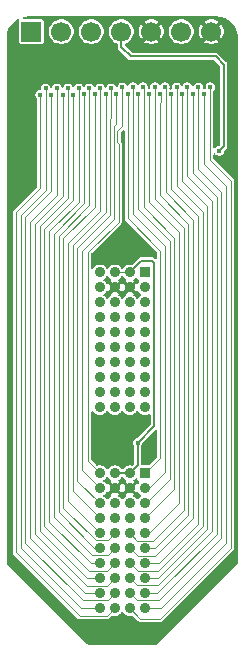
<source format=gbr>
%TF.GenerationSoftware,KiCad,Pcbnew,9.0.3*%
%TF.CreationDate,2025-09-30T16:22:14-04:00*%
%TF.ProjectId,eib-64-cnt-a64,6569622d-3634-42d6-936e-742d6136342e,A*%
%TF.SameCoordinates,Original*%
%TF.FileFunction,Copper,L4,Bot*%
%TF.FilePolarity,Positive*%
%FSLAX46Y46*%
G04 Gerber Fmt 4.6, Leading zero omitted, Abs format (unit mm)*
G04 Created by KiCad (PCBNEW 9.0.3) date 2025-09-30 16:22:14*
%MOMM*%
%LPD*%
G01*
G04 APERTURE LIST*
%TA.AperFunction,ComponentPad*%
%ADD10R,1.700000X1.700000*%
%TD*%
%TA.AperFunction,ComponentPad*%
%ADD11C,1.700000*%
%TD*%
%TA.AperFunction,ComponentPad*%
%ADD12R,0.910000X0.910000*%
%TD*%
%TA.AperFunction,ComponentPad*%
%ADD13C,0.910000*%
%TD*%
%TA.AperFunction,ViaPad*%
%ADD14C,0.400000*%
%TD*%
%TA.AperFunction,Conductor*%
%ADD15C,0.120000*%
%TD*%
%TA.AperFunction,Conductor*%
%ADD16C,0.200000*%
%TD*%
%TA.AperFunction,Conductor*%
%ADD17C,0.090000*%
%TD*%
G04 APERTURE END LIST*
D10*
%TO.P,J4,1,Pin_1*%
%TO.N,/K1*%
X129300000Y-77900000D03*
D11*
%TO.P,J4,2,Pin_2*%
%TO.N,/K0*%
X131840000Y-77900000D03*
%TO.P,J4,3,Pin_3*%
%TO.N,/Vcoax*%
X134380000Y-77900000D03*
%TO.P,J4,4,Pin_4*%
%TO.N,/Istim*%
X136920000Y-77900000D03*
%TO.P,J4,5,Pin_5*%
%TO.N,GND*%
X139460000Y-77900000D03*
%TO.P,J4,6,Pin_6*%
%TO.N,/Ref*%
X142000000Y-77900000D03*
%TO.P,J4,7,Pin_7*%
%TO.N,GND*%
X144540000Y-77900000D03*
%TD*%
D12*
%TO.P,J2,A1,A1*%
%TO.N,/Elec31*%
X138905000Y-98285000D03*
D13*
%TO.P,J2,A2,A2*%
%TO.N,/Elec30*%
X138905000Y-99555000D03*
%TO.P,J2,A3,A3*%
%TO.N,/Elec29*%
X138905000Y-100825000D03*
%TO.P,J2,A4,A4*%
%TO.N,/Elec28*%
X138905000Y-102095000D03*
%TO.P,J2,A5,A5*%
%TO.N,/Elec27*%
X138905000Y-103365000D03*
%TO.P,J2,A6,A6*%
%TO.N,/Elec25*%
X138905000Y-104635000D03*
%TO.P,J2,A7,A7*%
%TO.N,/Elec23*%
X138905000Y-105905000D03*
%TO.P,J2,A8,A8*%
%TO.N,/Elec21*%
X138905000Y-107175000D03*
%TO.P,J2,A9,A9*%
%TO.N,/Elec19*%
X138905000Y-108445000D03*
%TO.P,J2,A10,A10*%
%TO.N,/Elec17*%
X138905000Y-109715000D03*
%TO.P,J2,B1,B1*%
%TO.N,/Ref*%
X137635000Y-98285000D03*
%TO.P,J2,B2,B2*%
%TO.N,GND*%
X137635000Y-99555000D03*
%TO.P,J2,B3,B3*%
%TO.N,unconnected-(J2-PadB3)*%
X137635000Y-100825000D03*
%TO.P,J2,B4,B4*%
%TO.N,unconnected-(J2-PadB4)*%
X137635000Y-102095000D03*
%TO.P,J2,B5,B5*%
%TO.N,/Elec26*%
X137635000Y-103365000D03*
%TO.P,J2,B6,B6*%
%TO.N,/Elec24*%
X137635000Y-104635000D03*
%TO.P,J2,B7,B7*%
%TO.N,/Elec22*%
X137635000Y-105905000D03*
%TO.P,J2,B8,B8*%
%TO.N,/Elec20*%
X137635000Y-107175000D03*
%TO.P,J2,B9,B9*%
%TO.N,/Elec18*%
X137635000Y-108445000D03*
%TO.P,J2,B10,B10*%
%TO.N,/Elec16*%
X137635000Y-109715000D03*
%TO.P,J2,C1,C1*%
%TO.N,/Ref*%
X136365000Y-98285000D03*
%TO.P,J2,C2,C2*%
%TO.N,GND*%
X136365000Y-99555000D03*
%TO.P,J2,C3,C3*%
%TO.N,unconnected-(J2-PadC3)*%
X136365000Y-100825000D03*
%TO.P,J2,C4,C4*%
%TO.N,unconnected-(J2-PadC4)*%
X136365000Y-102095000D03*
%TO.P,J2,C5,C5*%
%TO.N,/Elec37*%
X136365000Y-103365000D03*
%TO.P,J2,C6,C6*%
%TO.N,/Elec39*%
X136365000Y-104635000D03*
%TO.P,J2,C7,C7*%
%TO.N,/Elec41*%
X136365000Y-105905000D03*
%TO.P,J2,C8,C8*%
%TO.N,/Elec43*%
X136365000Y-107175000D03*
%TO.P,J2,C9,C9*%
%TO.N,/Elec45*%
X136365000Y-108445000D03*
%TO.P,J2,C10,C10*%
%TO.N,/Elec47*%
X136365000Y-109715000D03*
%TO.P,J2,D1,D1*%
%TO.N,/Elec32*%
X135095000Y-98285000D03*
%TO.P,J2,D2,D2*%
%TO.N,/Elec33*%
X135095000Y-99555000D03*
%TO.P,J2,D3,D3*%
%TO.N,/Elec34*%
X135095000Y-100825000D03*
%TO.P,J2,D4,D4*%
%TO.N,/Elec35*%
X135095000Y-102095000D03*
%TO.P,J2,D5,D5*%
%TO.N,/Elec36*%
X135095000Y-103365000D03*
%TO.P,J2,D6,D6*%
%TO.N,/Elec38*%
X135095000Y-104635000D03*
%TO.P,J2,D7,D7*%
%TO.N,/Elec40*%
X135095000Y-105905000D03*
%TO.P,J2,D8,D8*%
%TO.N,/Elec42*%
X135095000Y-107175000D03*
%TO.P,J2,D9,D9*%
%TO.N,/Elec44*%
X135095000Y-108445000D03*
%TO.P,J2,D10,D10*%
%TO.N,/Elec46*%
X135095000Y-109715000D03*
%TD*%
D12*
%TO.P,J1,A1,A1*%
%TO.N,/Elec15*%
X138905000Y-115285000D03*
D13*
%TO.P,J1,A2,A2*%
%TO.N,/Elec14*%
X138905000Y-116555000D03*
%TO.P,J1,A3,A3*%
%TO.N,/Elec13*%
X138905000Y-117825000D03*
%TO.P,J1,A4,A4*%
%TO.N,/Elec12*%
X138905000Y-119095000D03*
%TO.P,J1,A5,A5*%
%TO.N,/Elec11*%
X138905000Y-120365000D03*
%TO.P,J1,A6,A6*%
%TO.N,/Elec9*%
X138905000Y-121635000D03*
%TO.P,J1,A7,A7*%
%TO.N,/Elec7*%
X138905000Y-122905000D03*
%TO.P,J1,A8,A8*%
%TO.N,/Elec5*%
X138905000Y-124175000D03*
%TO.P,J1,A9,A9*%
%TO.N,/Elec3*%
X138905000Y-125445000D03*
%TO.P,J1,A10,A10*%
%TO.N,/Elec1*%
X138905000Y-126715000D03*
%TO.P,J1,B1,B1*%
%TO.N,/Ref*%
X137635000Y-115285000D03*
%TO.P,J1,B2,B2*%
%TO.N,GND*%
X137635000Y-116555000D03*
%TO.P,J1,B3,B3*%
%TO.N,unconnected-(J1-PadB3)*%
X137635000Y-117825000D03*
%TO.P,J1,B4,B4*%
%TO.N,unconnected-(J1-PadB4)*%
X137635000Y-119095000D03*
%TO.P,J1,B5,B5*%
%TO.N,/Elec10*%
X137635000Y-120365000D03*
%TO.P,J1,B6,B6*%
%TO.N,/Elec8*%
X137635000Y-121635000D03*
%TO.P,J1,B7,B7*%
%TO.N,/Elec6*%
X137635000Y-122905000D03*
%TO.P,J1,B8,B8*%
%TO.N,/Elec4*%
X137635000Y-124175000D03*
%TO.P,J1,B9,B9*%
%TO.N,/Elec2*%
X137635000Y-125445000D03*
%TO.P,J1,B10,B10*%
%TO.N,/Elec0*%
X137635000Y-126715000D03*
%TO.P,J1,C1,C1*%
%TO.N,/Ref*%
X136365000Y-115285000D03*
%TO.P,J1,C2,C2*%
%TO.N,GND*%
X136365000Y-116555000D03*
%TO.P,J1,C3,C3*%
%TO.N,unconnected-(J1-PadC3)*%
X136365000Y-117825000D03*
%TO.P,J1,C4,C4*%
%TO.N,unconnected-(J1-PadC4)*%
X136365000Y-119095000D03*
%TO.P,J1,C5,C5*%
%TO.N,/Elec53*%
X136365000Y-120365000D03*
%TO.P,J1,C6,C6*%
%TO.N,/Elec55*%
X136365000Y-121635000D03*
%TO.P,J1,C7,C7*%
%TO.N,/Elec57*%
X136365000Y-122905000D03*
%TO.P,J1,C8,C8*%
%TO.N,/Elec59*%
X136365000Y-124175000D03*
%TO.P,J1,C9,C9*%
%TO.N,/Elec61*%
X136365000Y-125445000D03*
%TO.P,J1,C10,C10*%
%TO.N,/Elec63*%
X136365000Y-126715000D03*
%TO.P,J1,D1,D1*%
%TO.N,/Elec48*%
X135095000Y-115285000D03*
%TO.P,J1,D2,D2*%
%TO.N,/Elec49*%
X135095000Y-116555000D03*
%TO.P,J1,D3,D3*%
%TO.N,/Elec50*%
X135095000Y-117825000D03*
%TO.P,J1,D4,D4*%
%TO.N,/Elec51*%
X135095000Y-119095000D03*
%TO.P,J1,D5,D5*%
%TO.N,/Elec52*%
X135095000Y-120365000D03*
%TO.P,J1,D6,D6*%
%TO.N,/Elec54*%
X135095000Y-121635000D03*
%TO.P,J1,D7,D7*%
%TO.N,/Elec56*%
X135095000Y-122905000D03*
%TO.P,J1,D8,D8*%
%TO.N,/Elec58*%
X135095000Y-124175000D03*
%TO.P,J1,D9,D9*%
%TO.N,/Elec60*%
X135095000Y-125445000D03*
%TO.P,J1,D10,D10*%
%TO.N,/Elec62*%
X135095000Y-126715000D03*
%TD*%
D14*
%TO.N,GND*%
X128972000Y-79777000D03*
X145460000Y-88892000D03*
%TO.N,/Istim*%
X145200000Y-88000000D03*
%TO.N,/Ref*%
X138300000Y-112700000D03*
%TO.N,/Elec0*%
X144450000Y-82600000D03*
%TO.N,/Elec1*%
X143950000Y-83200000D03*
%TO.N,/Elec2*%
X143450000Y-82600000D03*
%TO.N,/Elec3*%
X142950000Y-83200000D03*
%TO.N,/Elec4*%
X142500000Y-82600000D03*
%TO.N,/Elec5*%
X142050000Y-83200000D03*
%TO.N,/Elec6*%
X141600000Y-82600000D03*
%TO.N,/Elec7*%
X141160000Y-83210000D03*
%TO.N,/Elec8*%
X140600000Y-82600000D03*
%TO.N,/Elec9*%
X140220000Y-83210000D03*
%TO.N,/Elec10*%
X139750000Y-82600000D03*
%TO.N,/Elec11*%
X139250000Y-83200000D03*
%TO.N,/Elec12*%
X138750000Y-82600000D03*
%TO.N,/Elec13*%
X138350000Y-83210000D03*
%TO.N,/Elec14*%
X137900000Y-82600000D03*
%TO.N,/Elec15*%
X137450000Y-83200000D03*
%TO.N,/Elec48*%
X137005000Y-82600000D03*
%TO.N,/Elec49*%
X136505000Y-83200000D03*
%TO.N,/Elec50*%
X136055000Y-82700000D03*
%TO.N,/Elec51*%
X135605000Y-83200000D03*
%TO.N,/Elec52*%
X135105000Y-82700000D03*
%TO.N,/Elec53*%
X134655000Y-83200000D03*
%TO.N,/Elec54*%
X134205000Y-82700000D03*
%TO.N,/Elec55*%
X133755000Y-83200000D03*
%TO.N,/Elec56*%
X133305000Y-82700000D03*
%TO.N,/Elec57*%
X132850000Y-83250000D03*
%TO.N,/Elec58*%
X132400000Y-82700000D03*
%TO.N,/Elec59*%
X131950000Y-83250000D03*
%TO.N,/Elec60*%
X131450000Y-82700000D03*
%TO.N,/Elec61*%
X131000000Y-83250000D03*
%TO.N,/Elec62*%
X130500000Y-82700000D03*
%TO.N,/Elec63*%
X130050000Y-83250000D03*
%TO.N,GND*%
X137000000Y-128000000D03*
X131500000Y-81700000D03*
X129400000Y-84200000D03*
X137051000Y-86895000D03*
X130000000Y-80500000D03*
X137000000Y-96000000D03*
X144900000Y-85500000D03*
X139900000Y-128300000D03*
X137000000Y-95000000D03*
X134400000Y-81400000D03*
X136000000Y-113000000D03*
X139966520Y-81031721D03*
X131048296Y-126000000D03*
X137000000Y-111000000D03*
X144900000Y-83900000D03*
X129200000Y-86200000D03*
X144900000Y-86500000D03*
X129400000Y-87900000D03*
X134700000Y-111100000D03*
X145900000Y-122700000D03*
X129100000Y-89600000D03*
X134600000Y-128400000D03*
X144300000Y-80900000D03*
X142300000Y-81100000D03*
X129700000Y-82700000D03*
X145100000Y-82200000D03*
X127900000Y-88500000D03*
X136900000Y-81100000D03*
X128000000Y-92300000D03*
X139300000Y-113600000D03*
%TD*%
D15*
%TO.N,/Elec15*%
X140205000Y-113995000D02*
X138915000Y-115285000D01*
X137450000Y-87498000D02*
X137450000Y-93700000D01*
X137507000Y-86455000D02*
X137507000Y-87441000D01*
X137450000Y-93700000D02*
X140205000Y-96455000D01*
X140205000Y-96455000D02*
X140205000Y-113995000D01*
X137450000Y-86398000D02*
X137507000Y-86455000D01*
X137507000Y-87441000D02*
X137450000Y-87498000D01*
X137450000Y-83200000D02*
X137450000Y-86398000D01*
%TO.N,GND*%
X137000000Y-86946000D02*
X137051000Y-86895000D01*
X137000000Y-96000000D02*
X137000000Y-86946000D01*
%TO.N,/Elec13*%
X138309538Y-83250462D02*
X138350000Y-83210000D01*
X138309538Y-84100000D02*
X138309538Y-83250462D01*
%TO.N,/Elec9*%
X139770000Y-121635000D02*
X138910000Y-121635000D01*
X142605000Y-118800000D02*
X139770000Y-121635000D01*
X142605000Y-94205000D02*
X142605000Y-118800000D01*
X140161407Y-91761407D02*
X142605000Y-94205000D01*
X140161407Y-83911407D02*
X140161407Y-91761407D01*
X140250000Y-83822814D02*
X140161407Y-83911407D01*
X140250000Y-83240000D02*
X140250000Y-83822814D01*
X140220000Y-83210000D02*
X140250000Y-83240000D01*
%TO.N,/Elec7*%
X141160000Y-91260000D02*
X141160000Y-83210000D01*
X143400000Y-93500000D02*
X141160000Y-91260000D01*
X143400000Y-119600000D02*
X143400000Y-93500000D01*
X140095000Y-122905000D02*
X143400000Y-119600000D01*
X138905000Y-122905000D02*
X140095000Y-122905000D01*
%TO.N,/Elec12*%
X138809501Y-92759501D02*
X138809501Y-82659501D01*
X138809501Y-82659501D02*
X138750000Y-82600000D01*
X141405000Y-95355000D02*
X138809501Y-92759501D01*
X141405000Y-116600000D02*
X141405000Y-95355000D01*
X138910000Y-119095000D02*
X141405000Y-116600000D01*
%TO.N,/Elec13*%
X141005000Y-95655000D02*
X138309538Y-92959538D01*
X141005000Y-115800000D02*
X141005000Y-95655000D01*
X138980000Y-117825000D02*
X141005000Y-115800000D01*
X138309538Y-92959538D02*
X138309538Y-84100000D01*
D16*
%TO.N,/Istim*%
X136920000Y-77900000D02*
X136920000Y-79220000D01*
X144900000Y-80000000D02*
X145600000Y-80700000D01*
X145600000Y-87600000D02*
X145200000Y-88000000D01*
X136920000Y-79220000D02*
X137700000Y-80000000D01*
X137700000Y-80000000D02*
X144900000Y-80000000D01*
X145600000Y-80700000D02*
X145600000Y-87600000D01*
%TO.N,/Ref*%
X139700000Y-111300000D02*
X139700000Y-97500000D01*
X138300000Y-112700000D02*
X139700000Y-111300000D01*
X139700000Y-97500000D02*
X139500000Y-97300000D01*
X136365000Y-115285000D02*
X137635000Y-115285000D01*
X138300479Y-114619521D02*
X137635000Y-115285000D01*
X139500000Y-97300000D02*
X138620000Y-97300000D01*
X138620000Y-97300000D02*
X137635000Y-98285000D01*
D17*
X136365000Y-98285000D02*
X137635000Y-98285000D01*
D16*
X138300479Y-112700479D02*
X138300000Y-112700000D01*
X138300479Y-114619521D02*
X138300479Y-112700479D01*
D15*
%TO.N,/Elec0*%
X138520000Y-127600000D02*
X140200000Y-127600000D01*
X146200000Y-121600000D02*
X146200000Y-90550000D01*
X144450000Y-88800000D02*
X144450000Y-82600000D01*
X137635000Y-126715000D02*
X138520000Y-127600000D01*
X140200000Y-127600000D02*
X146200000Y-121600000D01*
X146200000Y-90550000D02*
X144450000Y-88800000D01*
%TO.N,/Elec1*%
X140285000Y-126715000D02*
X145800000Y-121200000D01*
X145800000Y-91000000D02*
X143950000Y-89150000D01*
X143950000Y-89150000D02*
X143950000Y-83200000D01*
X145800000Y-121200000D02*
X145800000Y-91000000D01*
X138905000Y-126715000D02*
X140285000Y-126715000D01*
%TO.N,/Elec2*%
X137635000Y-125445000D02*
X138244521Y-126054521D01*
X140145479Y-126054521D02*
X145400000Y-120800000D01*
X138244521Y-126054521D02*
X140145479Y-126054521D01*
X145400000Y-91450000D02*
X143450000Y-89500000D01*
X145400000Y-120800000D02*
X145400000Y-91450000D01*
X143450000Y-89500000D02*
X143450000Y-82600000D01*
%TO.N,/Elec3*%
X138905000Y-125445000D02*
X139955000Y-125445000D01*
X139955000Y-125445000D02*
X145000000Y-120400000D01*
X145000000Y-120400000D02*
X145000000Y-91900000D01*
X145000000Y-91900000D02*
X142950000Y-89850000D01*
X142950000Y-89850000D02*
X142950000Y-83200000D01*
%TO.N,/Elec4*%
X140000000Y-124800000D02*
X144600000Y-120200000D01*
X142500000Y-90150000D02*
X142500000Y-82600000D01*
X144600000Y-92250000D02*
X142500000Y-90150000D01*
X138260000Y-124800000D02*
X140000000Y-124800000D01*
X137635000Y-124175000D02*
X138260000Y-124800000D01*
X144600000Y-120200000D02*
X144600000Y-92250000D01*
%TO.N,/Elec5*%
X138905000Y-124175000D02*
X140025000Y-124175000D01*
X140025000Y-124175000D02*
X144200000Y-120000000D01*
X144200000Y-92700000D02*
X142050000Y-90550000D01*
X142050000Y-90550000D02*
X142050000Y-83200000D01*
X144200000Y-120000000D02*
X144200000Y-92700000D01*
%TO.N,/Elec6*%
X141600000Y-90950000D02*
X141600000Y-82600000D01*
X138295479Y-123565479D02*
X140034521Y-123565479D01*
X143800000Y-119800000D02*
X143800000Y-93150000D01*
X143800000Y-93150000D02*
X141600000Y-90950000D01*
X137635000Y-122905000D02*
X138295479Y-123565479D01*
X140034521Y-123565479D02*
X143800000Y-119800000D01*
%TO.N,/Elec8*%
X140659501Y-83078259D02*
X140659501Y-82659501D01*
X140659501Y-91509501D02*
X140659501Y-83421741D01*
X140659501Y-82659501D02*
X140600000Y-82600000D01*
X139809521Y-122295479D02*
X143005000Y-119100000D01*
X138300479Y-122295479D02*
X139809521Y-122295479D01*
X137640000Y-121635000D02*
X138300479Y-122295479D01*
X140661000Y-83420242D02*
X140661000Y-83079758D01*
X143005000Y-119100000D02*
X143005000Y-93855000D01*
X140659501Y-83421741D02*
X140661000Y-83420242D01*
X143005000Y-93855000D02*
X140659501Y-91509501D01*
X140661000Y-83079758D02*
X140659501Y-83078259D01*
%TO.N,/Elec10*%
X139750000Y-92100000D02*
X139750000Y-82600000D01*
X142205000Y-118400000D02*
X142205000Y-94555000D01*
X139605000Y-121000000D02*
X142205000Y-118400000D01*
X138275000Y-121000000D02*
X139605000Y-121000000D01*
X137640000Y-120365000D02*
X138275000Y-121000000D01*
X142205000Y-94555000D02*
X139750000Y-92100000D01*
%TO.N,/Elec11*%
X139250000Y-92300000D02*
X139250000Y-83200000D01*
X139240000Y-120365000D02*
X141805000Y-117800000D01*
X141805000Y-117800000D02*
X141805000Y-94855000D01*
X141805000Y-94855000D02*
X139250000Y-92300000D01*
%TO.N,/Elec14*%
X137900000Y-93350000D02*
X137900000Y-82600000D01*
X139250000Y-116555000D02*
X140605000Y-115200000D01*
X140605000Y-115200000D02*
X140605000Y-96055000D01*
X140605000Y-96055000D02*
X137900000Y-93350000D01*
%TO.N,/Elec48*%
X136590499Y-86309501D02*
X137005000Y-85895000D01*
X136700000Y-94003706D02*
X136700000Y-87400000D01*
X135100000Y-115285000D02*
X134105000Y-114290000D01*
X134105000Y-114290000D02*
X134105000Y-96598707D01*
X137005000Y-85895000D02*
X137005000Y-82600000D01*
X136700000Y-87400000D02*
X136590499Y-87290499D01*
X136590499Y-87290499D02*
X136590499Y-86309501D01*
X134105000Y-96598707D02*
X136700000Y-94003706D01*
%TO.N,/Elec49*%
X136300000Y-85900000D02*
X136300000Y-93800000D01*
X136505000Y-83200000D02*
X136505000Y-85695000D01*
X133605000Y-96495000D02*
X133605000Y-115060000D01*
X133605000Y-115060000D02*
X135100000Y-116555000D01*
X136505000Y-85695000D02*
X136300000Y-85900000D01*
X136300000Y-93800000D02*
X133605000Y-96495000D01*
%TO.N,/Elec50*%
X136000000Y-85300000D02*
X136055000Y-85245000D01*
X133205000Y-115930000D02*
X133205000Y-96195000D01*
X133205000Y-96195000D02*
X136000000Y-93400000D01*
X136000000Y-93400000D02*
X136000000Y-85300000D01*
X135100000Y-117825000D02*
X133205000Y-115930000D01*
X136055000Y-85245000D02*
X136055000Y-82700000D01*
%TO.N,/Elec51*%
X135605000Y-93200000D02*
X132805000Y-96000000D01*
X135605000Y-83200000D02*
X135605000Y-93200000D01*
X132805000Y-116800000D02*
X135100000Y-119095000D01*
X132805000Y-96000000D02*
X132805000Y-116800000D01*
%TO.N,/Elec52*%
X135100000Y-120365000D02*
X132405000Y-117670000D01*
X132405000Y-95800000D02*
X135105000Y-93100000D01*
X135105000Y-93100000D02*
X135105000Y-82700000D01*
X132405000Y-117670000D02*
X132405000Y-95800000D01*
%TO.N,/Elec53*%
X134655000Y-84345000D02*
X134655000Y-83200000D01*
X132005000Y-118200000D02*
X132005000Y-95400000D01*
X136370000Y-120365000D02*
X135760479Y-120974521D01*
X134779521Y-120974521D02*
X132005000Y-118200000D01*
X134650000Y-92755000D02*
X134650000Y-84350000D01*
X132005000Y-95400000D02*
X134650000Y-92755000D01*
X134650000Y-84350000D02*
X134655000Y-84345000D01*
X135760479Y-120974521D02*
X134779521Y-120974521D01*
%TO.N,/Elec54*%
X135100000Y-121635000D02*
X134640000Y-121635000D01*
X131605000Y-95200000D02*
X134205000Y-92600000D01*
X134640000Y-121635000D02*
X131605000Y-118600000D01*
X134205000Y-92600000D02*
X134205000Y-82700000D01*
X131605000Y-118600000D02*
X131605000Y-95200000D01*
%TO.N,/Elec55*%
X131205000Y-119000000D02*
X131205000Y-95000000D01*
X134449521Y-122244521D02*
X131205000Y-119000000D01*
X135760479Y-122244521D02*
X134449521Y-122244521D01*
X136370000Y-121635000D02*
X135760479Y-122244521D01*
X131205000Y-95000000D02*
X133755000Y-92450000D01*
X133755000Y-92450000D02*
X133755000Y-83200000D01*
%TO.N,/Elec56*%
X134310000Y-122905000D02*
X135100000Y-122905000D01*
X130805000Y-119400000D02*
X134310000Y-122905000D01*
X133305000Y-82700000D02*
X133305000Y-92300000D01*
X133305000Y-92300000D02*
X130805000Y-94800000D01*
X130805000Y-94800000D02*
X130805000Y-119400000D01*
%TO.N,/Elec57*%
X130405000Y-119800000D02*
X134170479Y-123565479D01*
X132850000Y-92155000D02*
X130405000Y-94600000D01*
X132850000Y-83250000D02*
X132850000Y-92155000D01*
X130405000Y-94600000D02*
X130405000Y-119800000D01*
X134170479Y-123565479D02*
X135709521Y-123565479D01*
X135709521Y-123565479D02*
X136370000Y-122905000D01*
%TO.N,/Elec58*%
X130005000Y-94400000D02*
X132400000Y-92005000D01*
X133980000Y-124175000D02*
X130005000Y-120200000D01*
X132400000Y-92005000D02*
X132400000Y-82700000D01*
X135100000Y-124175000D02*
X133980000Y-124175000D01*
X130005000Y-120200000D02*
X130005000Y-94400000D01*
%TO.N,/Elec59*%
X135709521Y-124835479D02*
X136370000Y-124175000D01*
X133990479Y-124835479D02*
X135709521Y-124835479D01*
X129605000Y-94200000D02*
X129605000Y-120450000D01*
X131950000Y-91855000D02*
X129605000Y-94200000D01*
X129605000Y-120450000D02*
X133990479Y-124835479D01*
X131950000Y-83250000D02*
X131950000Y-91855000D01*
%TO.N,/Elec60*%
X133850000Y-125445000D02*
X129205000Y-120800000D01*
X129205000Y-120800000D02*
X129205000Y-94000000D01*
X135100000Y-125445000D02*
X133850000Y-125445000D01*
X129205000Y-94000000D02*
X131450000Y-91755000D01*
X131450000Y-91755000D02*
X131450000Y-82700000D01*
%TO.N,/Elec61*%
X131000000Y-83250000D02*
X131000000Y-91405000D01*
X133659521Y-126054521D02*
X135760479Y-126054521D01*
X128805000Y-93600000D02*
X128805000Y-121200000D01*
X131000000Y-91405000D02*
X128805000Y-93600000D01*
X128805000Y-121200000D02*
X133659521Y-126054521D01*
X135760479Y-126054521D02*
X136370000Y-125445000D01*
%TO.N,/Elec62*%
X128405000Y-93400000D02*
X130500000Y-91305000D01*
X135100000Y-126715000D02*
X133520000Y-126715000D01*
X133520000Y-126715000D02*
X128405000Y-121600000D01*
X128405000Y-121600000D02*
X128405000Y-93400000D01*
X130500000Y-91305000D02*
X130500000Y-82700000D01*
%TO.N,/Elec63*%
X135685000Y-127400000D02*
X133405000Y-127400000D01*
X128005000Y-122000000D02*
X128005000Y-93200000D01*
X128005000Y-93200000D02*
X130050000Y-91155000D01*
X133405000Y-127400000D02*
X128005000Y-122000000D01*
X130050000Y-91155000D02*
X130050000Y-83250000D01*
X136370000Y-126715000D02*
X135685000Y-127400000D01*
%TD*%
%TA.AperFunction,Conductor*%
%TO.N,GND*%
G36*
X136104082Y-116663076D02*
G01*
X136140944Y-116726924D01*
X136193076Y-116779056D01*
X136256924Y-116815918D01*
X136303683Y-116828447D01*
X136019934Y-117112195D01*
X136020421Y-117117135D01*
X136050612Y-117155432D01*
X136053014Y-117216570D01*
X136019022Y-117267444D01*
X136012733Y-117272013D01*
X135947143Y-117315839D01*
X135855839Y-117407143D01*
X135812315Y-117472282D01*
X135764265Y-117510161D01*
X135703127Y-117512563D01*
X135652253Y-117478570D01*
X135647685Y-117472282D01*
X135604160Y-117407143D01*
X135512857Y-117315840D01*
X135512856Y-117315839D01*
X135447716Y-117272314D01*
X135409838Y-117224266D01*
X135407436Y-117163128D01*
X135441428Y-117112254D01*
X135447702Y-117107695D01*
X135512857Y-117064160D01*
X135604160Y-116972857D01*
X135647987Y-116907265D01*
X135696034Y-116869388D01*
X135757172Y-116866986D01*
X135806484Y-116899934D01*
X135807802Y-116900064D01*
X136091552Y-116616314D01*
X136104082Y-116663076D01*
G37*
%TD.AperFunction*%
%TA.AperFunction,Conductor*%
G36*
X137374082Y-116663076D02*
G01*
X137410944Y-116726924D01*
X137463076Y-116779056D01*
X137526924Y-116815918D01*
X137573683Y-116828447D01*
X137289934Y-117112195D01*
X137290421Y-117117135D01*
X137320612Y-117155432D01*
X137323014Y-117216570D01*
X137289022Y-117267444D01*
X137282733Y-117272013D01*
X137217143Y-117315839D01*
X137125839Y-117407143D01*
X137082315Y-117472282D01*
X137034265Y-117510161D01*
X136973127Y-117512563D01*
X136922253Y-117478570D01*
X136917685Y-117472282D01*
X136874160Y-117407143D01*
X136782856Y-117315839D01*
X136717266Y-117272013D01*
X136679387Y-117223963D01*
X136676985Y-117162825D01*
X136709934Y-117113513D01*
X136710063Y-117112196D01*
X136426314Y-116828447D01*
X136473076Y-116815918D01*
X136536924Y-116779056D01*
X136589056Y-116726924D01*
X136625918Y-116663076D01*
X136638447Y-116616314D01*
X136922196Y-116900063D01*
X136926827Y-116899607D01*
X136965735Y-116868936D01*
X137026874Y-116866536D01*
X137076921Y-116899977D01*
X137077802Y-116900064D01*
X137361552Y-116616314D01*
X137374082Y-116663076D01*
G37*
%TD.AperFunction*%
%TA.AperFunction,Conductor*%
G36*
X138192196Y-116900063D02*
G01*
X138197135Y-116899577D01*
X138235434Y-116869387D01*
X138296572Y-116866985D01*
X138347445Y-116900979D01*
X138352013Y-116907266D01*
X138395839Y-116972856D01*
X138487143Y-117064160D01*
X138552282Y-117107685D01*
X138590161Y-117155735D01*
X138592563Y-117216873D01*
X138558570Y-117267747D01*
X138552282Y-117272315D01*
X138487143Y-117315839D01*
X138395839Y-117407143D01*
X138352315Y-117472282D01*
X138304265Y-117510161D01*
X138243127Y-117512563D01*
X138192253Y-117478570D01*
X138187685Y-117472282D01*
X138144160Y-117407143D01*
X138052856Y-117315839D01*
X137987266Y-117272013D01*
X137949387Y-117223963D01*
X137946985Y-117162825D01*
X137979934Y-117113513D01*
X137980063Y-117112196D01*
X137696314Y-116828447D01*
X137743076Y-116815918D01*
X137806924Y-116779056D01*
X137859056Y-116726924D01*
X137895918Y-116663076D01*
X137908447Y-116616314D01*
X138192196Y-116900063D01*
G37*
%TD.AperFunction*%
%TA.AperFunction,Conductor*%
G36*
X135760229Y-115599679D02*
G01*
X135764266Y-115599838D01*
X135785386Y-115616488D01*
X135807746Y-115631428D01*
X135812304Y-115637702D01*
X135848651Y-115692098D01*
X135855840Y-115702857D01*
X135947143Y-115794160D01*
X136012731Y-115837985D01*
X136050610Y-115886035D01*
X136053012Y-115947173D01*
X136020065Y-115996481D01*
X136019935Y-115997802D01*
X136303685Y-116281552D01*
X136256924Y-116294082D01*
X136193076Y-116330944D01*
X136140944Y-116383076D01*
X136104082Y-116446924D01*
X136091552Y-116493685D01*
X135807802Y-116209935D01*
X135802859Y-116210421D01*
X135764564Y-116240610D01*
X135703426Y-116243012D01*
X135652553Y-116209018D01*
X135647985Y-116202731D01*
X135604160Y-116137143D01*
X135512857Y-116045840D01*
X135493157Y-116032677D01*
X135447716Y-116002314D01*
X135409838Y-115954266D01*
X135407436Y-115893128D01*
X135441428Y-115842254D01*
X135447702Y-115837695D01*
X135512857Y-115794160D01*
X135604160Y-115702857D01*
X135647685Y-115637716D01*
X135650855Y-115635217D01*
X135652254Y-115631428D01*
X135674613Y-115616488D01*
X135695734Y-115599838D01*
X135699770Y-115599679D01*
X135703128Y-115597436D01*
X135730000Y-115598491D01*
X135756872Y-115597436D01*
X135760229Y-115599679D01*
G37*
%TD.AperFunction*%
%TA.AperFunction,Conductor*%
G36*
X137077747Y-115631430D02*
G01*
X137082315Y-115637718D01*
X137125839Y-115702856D01*
X137217143Y-115794160D01*
X137282731Y-115837985D01*
X137320610Y-115886035D01*
X137323012Y-115947173D01*
X137290065Y-115996481D01*
X137289935Y-115997802D01*
X137573685Y-116281552D01*
X137526924Y-116294082D01*
X137463076Y-116330944D01*
X137410944Y-116383076D01*
X137374082Y-116446924D01*
X137361552Y-116493685D01*
X137077802Y-116209935D01*
X137073168Y-116210391D01*
X137034264Y-116241061D01*
X136973126Y-116243463D01*
X136923077Y-116210021D01*
X136922195Y-116209934D01*
X136638447Y-116493683D01*
X136625918Y-116446924D01*
X136589056Y-116383076D01*
X136536924Y-116330944D01*
X136473076Y-116294082D01*
X136426314Y-116281552D01*
X136710064Y-115997802D01*
X136709577Y-115992861D01*
X136679388Y-115954565D01*
X136676986Y-115893427D01*
X136710979Y-115842553D01*
X136717240Y-115838003D01*
X136782857Y-115794160D01*
X136874160Y-115702857D01*
X136917685Y-115637718D01*
X136965735Y-115599839D01*
X137026873Y-115597437D01*
X137077747Y-115631430D01*
G37*
%TD.AperFunction*%
%TA.AperFunction,Conductor*%
G36*
X138181639Y-115733246D02*
G01*
X138206564Y-115737194D01*
X138210675Y-115741305D01*
X138216279Y-115742861D01*
X138231984Y-115762614D01*
X138249829Y-115780458D01*
X138252657Y-115788614D01*
X138254358Y-115790753D01*
X138254495Y-115793913D01*
X138258717Y-115806087D01*
X138261132Y-115818228D01*
X138261134Y-115818233D01*
X138283091Y-115851093D01*
X138305448Y-115884552D01*
X138371769Y-115928867D01*
X138383911Y-115931282D01*
X138391058Y-115935285D01*
X138399247Y-115935641D01*
X138417241Y-115949948D01*
X138437293Y-115961178D01*
X138440723Y-115968618D01*
X138447139Y-115973720D01*
X138453286Y-115995871D01*
X138462909Y-116016743D01*
X138461310Y-116024780D01*
X138463502Y-116032677D01*
X138456633Y-116048290D01*
X138450972Y-116076753D01*
X138442086Y-116089992D01*
X138438574Y-116094408D01*
X138395840Y-116137143D01*
X138349741Y-116206134D01*
X138347189Y-116209344D01*
X138324928Y-116224084D01*
X138303963Y-116240612D01*
X138299717Y-116240778D01*
X138296174Y-116243125D01*
X138269499Y-116241965D01*
X138242824Y-116243014D01*
X138239291Y-116240653D01*
X138235046Y-116240469D01*
X138214142Y-116223848D01*
X138193513Y-116210064D01*
X138192195Y-116209934D01*
X137908447Y-116493683D01*
X137895918Y-116446924D01*
X137859056Y-116383076D01*
X137806924Y-116330944D01*
X137743076Y-116294082D01*
X137696314Y-116281552D01*
X137980064Y-115997802D01*
X137979577Y-115992861D01*
X137968455Y-115978751D01*
X137949531Y-115954951D01*
X137949521Y-115954734D01*
X137949388Y-115954565D01*
X137948196Y-115924238D01*
X137946875Y-115893824D01*
X137946995Y-115893658D01*
X137946986Y-115893427D01*
X137980656Y-115842809D01*
X137983850Y-115840269D01*
X138052857Y-115794160D01*
X138095599Y-115751417D01*
X138100007Y-115747913D01*
X138123648Y-115739079D01*
X138146132Y-115727623D01*
X138151874Y-115728532D01*
X138157322Y-115726497D01*
X138181639Y-115733246D01*
G37*
%TD.AperFunction*%
%TA.AperFunction,Conductor*%
G36*
X138300229Y-110029679D02*
G01*
X138304266Y-110029838D01*
X138325386Y-110046488D01*
X138347746Y-110061428D01*
X138352304Y-110067702D01*
X138395840Y-110132857D01*
X138487143Y-110224160D01*
X138594504Y-110295897D01*
X138713798Y-110345310D01*
X138840439Y-110370500D01*
X138840440Y-110370500D01*
X138969560Y-110370500D01*
X138969561Y-110370500D01*
X139096202Y-110345310D01*
X139215496Y-110295897D01*
X139245498Y-110275849D01*
X139304386Y-110259241D01*
X139361790Y-110280418D01*
X139395783Y-110331292D01*
X139399500Y-110358165D01*
X139399500Y-111134521D01*
X139380593Y-111192712D01*
X139370504Y-111204525D01*
X138303575Y-112271453D01*
X138253334Y-112297050D01*
X138253541Y-112297821D01*
X138249918Y-112298791D01*
X138249058Y-112299230D01*
X138247368Y-112299475D01*
X138247275Y-112299500D01*
X138247273Y-112299500D01*
X138145413Y-112326793D01*
X138145412Y-112326793D01*
X138145410Y-112326794D01*
X138145409Y-112326794D01*
X138054089Y-112379518D01*
X137979518Y-112454089D01*
X137926794Y-112545409D01*
X137926794Y-112545410D01*
X137926793Y-112545412D01*
X137926793Y-112545413D01*
X137899500Y-112647273D01*
X137899500Y-112752727D01*
X137926793Y-112854587D01*
X137926794Y-112854589D01*
X137926794Y-112854590D01*
X137979516Y-112945907D01*
X137979517Y-112945909D01*
X137979520Y-112945913D01*
X137979521Y-112945914D01*
X137979522Y-112945918D01*
X137982764Y-112951532D01*
X137981723Y-112952132D01*
X137999945Y-113003589D01*
X137999979Y-113006181D01*
X137999979Y-114454042D01*
X137997510Y-114461639D01*
X137998760Y-114469529D01*
X137988235Y-114490184D01*
X137981072Y-114512233D01*
X137970984Y-114524044D01*
X137875409Y-114619618D01*
X137820894Y-114647395D01*
X137786093Y-114646712D01*
X137699563Y-114629500D01*
X137699561Y-114629500D01*
X137570439Y-114629500D01*
X137570436Y-114629500D01*
X137443798Y-114654690D01*
X137443796Y-114654690D01*
X137324506Y-114704101D01*
X137324505Y-114704101D01*
X137217143Y-114775839D01*
X137125839Y-114867143D01*
X137082315Y-114932281D01*
X137034265Y-114970160D01*
X136973126Y-114972562D01*
X136922253Y-114938568D01*
X136917685Y-114932281D01*
X136874160Y-114867143D01*
X136782856Y-114775839D01*
X136675493Y-114704101D01*
X136556202Y-114654690D01*
X136429563Y-114629500D01*
X136429561Y-114629500D01*
X136300439Y-114629500D01*
X136300436Y-114629500D01*
X136173798Y-114654690D01*
X136173796Y-114654690D01*
X136054506Y-114704101D01*
X136054505Y-114704101D01*
X135947143Y-114775839D01*
X135855839Y-114867143D01*
X135812315Y-114932282D01*
X135764265Y-114970161D01*
X135703127Y-114972563D01*
X135652253Y-114938570D01*
X135647685Y-114932282D01*
X135604160Y-114867143D01*
X135512856Y-114775839D01*
X135405493Y-114704101D01*
X135286202Y-114654690D01*
X135159563Y-114629500D01*
X135159561Y-114629500D01*
X135030439Y-114629500D01*
X135030434Y-114629500D01*
X134900893Y-114655267D01*
X134840132Y-114648075D01*
X134811576Y-114628173D01*
X134394496Y-114211093D01*
X134366719Y-114156576D01*
X134365500Y-114141089D01*
X134365500Y-110129454D01*
X134384407Y-110071263D01*
X134433907Y-110035299D01*
X134495093Y-110035299D01*
X134544593Y-110071263D01*
X134546799Y-110074429D01*
X134585840Y-110132857D01*
X134677143Y-110224160D01*
X134784504Y-110295897D01*
X134903798Y-110345310D01*
X135030439Y-110370500D01*
X135030440Y-110370500D01*
X135159560Y-110370500D01*
X135159561Y-110370500D01*
X135286202Y-110345310D01*
X135405496Y-110295897D01*
X135512857Y-110224160D01*
X135604160Y-110132857D01*
X135647685Y-110067716D01*
X135695734Y-110029838D01*
X135756872Y-110027436D01*
X135807746Y-110061428D01*
X135812304Y-110067702D01*
X135855840Y-110132857D01*
X135947143Y-110224160D01*
X136054504Y-110295897D01*
X136173798Y-110345310D01*
X136300439Y-110370500D01*
X136300440Y-110370500D01*
X136429560Y-110370500D01*
X136429561Y-110370500D01*
X136556202Y-110345310D01*
X136675496Y-110295897D01*
X136782857Y-110224160D01*
X136874160Y-110132857D01*
X136917685Y-110067716D01*
X136965734Y-110029838D01*
X137026872Y-110027436D01*
X137077746Y-110061428D01*
X137082304Y-110067702D01*
X137125840Y-110132857D01*
X137217143Y-110224160D01*
X137324504Y-110295897D01*
X137443798Y-110345310D01*
X137570439Y-110370500D01*
X137570440Y-110370500D01*
X137699560Y-110370500D01*
X137699561Y-110370500D01*
X137826202Y-110345310D01*
X137945496Y-110295897D01*
X138052857Y-110224160D01*
X138144160Y-110132857D01*
X138187685Y-110067716D01*
X138190855Y-110065217D01*
X138192254Y-110061428D01*
X138214613Y-110046488D01*
X138235734Y-110029838D01*
X138239770Y-110029679D01*
X138243128Y-110027436D01*
X138270000Y-110028491D01*
X138296872Y-110027436D01*
X138300229Y-110029679D01*
G37*
%TD.AperFunction*%
%TA.AperFunction,Conductor*%
G36*
X139890445Y-111631268D02*
G01*
X139933710Y-111674533D01*
X139944500Y-111719478D01*
X139944500Y-113846089D01*
X139925593Y-113904280D01*
X139915504Y-113916093D01*
X139231094Y-114600504D01*
X139176577Y-114628281D01*
X139161090Y-114629500D01*
X138699979Y-114629500D01*
X138641788Y-114610593D01*
X138605824Y-114561093D01*
X138600979Y-114530500D01*
X138600979Y-113004932D01*
X138618156Y-112952063D01*
X138617236Y-112951532D01*
X138619736Y-112947200D01*
X138619886Y-112946741D01*
X138620397Y-112946056D01*
X138673205Y-112854590D01*
X138673207Y-112854587D01*
X138700500Y-112752727D01*
X138700500Y-112752724D01*
X138702179Y-112746459D01*
X138703580Y-112746834D01*
X138726734Y-112698285D01*
X138728509Y-112696461D01*
X139775498Y-111649472D01*
X139830013Y-111621697D01*
X139890445Y-111631268D01*
G37*
%TD.AperFunction*%
%TA.AperFunction,Conductor*%
G36*
X136104082Y-99663076D02*
G01*
X136140944Y-99726924D01*
X136193076Y-99779056D01*
X136256924Y-99815918D01*
X136303683Y-99828447D01*
X136019934Y-100112195D01*
X136020421Y-100117135D01*
X136050612Y-100155432D01*
X136053014Y-100216570D01*
X136019022Y-100267444D01*
X136012733Y-100272013D01*
X135947143Y-100315839D01*
X135855839Y-100407143D01*
X135812315Y-100472282D01*
X135764265Y-100510161D01*
X135703127Y-100512563D01*
X135652253Y-100478570D01*
X135647685Y-100472282D01*
X135604160Y-100407143D01*
X135512857Y-100315840D01*
X135512856Y-100315839D01*
X135447716Y-100272314D01*
X135409838Y-100224266D01*
X135407436Y-100163128D01*
X135441428Y-100112254D01*
X135447702Y-100107695D01*
X135512857Y-100064160D01*
X135604160Y-99972857D01*
X135647987Y-99907265D01*
X135696034Y-99869388D01*
X135757172Y-99866986D01*
X135806484Y-99899934D01*
X135807802Y-99900064D01*
X136091552Y-99616314D01*
X136104082Y-99663076D01*
G37*
%TD.AperFunction*%
%TA.AperFunction,Conductor*%
G36*
X137374082Y-99663076D02*
G01*
X137410944Y-99726924D01*
X137463076Y-99779056D01*
X137526924Y-99815918D01*
X137573683Y-99828447D01*
X137289934Y-100112195D01*
X137290421Y-100117135D01*
X137320612Y-100155432D01*
X137323014Y-100216570D01*
X137289022Y-100267444D01*
X137282733Y-100272013D01*
X137217143Y-100315839D01*
X137125839Y-100407143D01*
X137082315Y-100472282D01*
X137034265Y-100510161D01*
X136973127Y-100512563D01*
X136922253Y-100478570D01*
X136917685Y-100472282D01*
X136874160Y-100407143D01*
X136782856Y-100315839D01*
X136717266Y-100272013D01*
X136679387Y-100223963D01*
X136676985Y-100162825D01*
X136709934Y-100113513D01*
X136710063Y-100112196D01*
X136426314Y-99828447D01*
X136473076Y-99815918D01*
X136536924Y-99779056D01*
X136589056Y-99726924D01*
X136625918Y-99663076D01*
X136638447Y-99616314D01*
X136922196Y-99900063D01*
X136926827Y-99899607D01*
X136965735Y-99868936D01*
X137026874Y-99866536D01*
X137076921Y-99899977D01*
X137077802Y-99900064D01*
X137361552Y-99616314D01*
X137374082Y-99663076D01*
G37*
%TD.AperFunction*%
%TA.AperFunction,Conductor*%
G36*
X138192196Y-99900063D02*
G01*
X138197135Y-99899577D01*
X138235434Y-99869387D01*
X138296572Y-99866985D01*
X138347445Y-99900979D01*
X138352013Y-99907266D01*
X138395839Y-99972856D01*
X138487143Y-100064160D01*
X138552282Y-100107685D01*
X138590161Y-100155735D01*
X138592563Y-100216873D01*
X138558570Y-100267747D01*
X138552282Y-100272315D01*
X138487143Y-100315839D01*
X138395839Y-100407143D01*
X138352315Y-100472282D01*
X138304265Y-100510161D01*
X138243127Y-100512563D01*
X138192253Y-100478570D01*
X138187685Y-100472282D01*
X138144160Y-100407143D01*
X138052856Y-100315839D01*
X137987266Y-100272013D01*
X137949387Y-100223963D01*
X137946985Y-100162825D01*
X137979934Y-100113513D01*
X137980063Y-100112196D01*
X137696314Y-99828447D01*
X137743076Y-99815918D01*
X137806924Y-99779056D01*
X137859056Y-99726924D01*
X137895918Y-99663076D01*
X137908447Y-99616314D01*
X138192196Y-99900063D01*
G37*
%TD.AperFunction*%
%TA.AperFunction,Conductor*%
G36*
X135807746Y-98631428D02*
G01*
X135812304Y-98637702D01*
X135850969Y-98695567D01*
X135855840Y-98702857D01*
X135947143Y-98794160D01*
X136012731Y-98837985D01*
X136050610Y-98886035D01*
X136053012Y-98947173D01*
X136020065Y-98996481D01*
X136019935Y-98997802D01*
X136303685Y-99281552D01*
X136256924Y-99294082D01*
X136193076Y-99330944D01*
X136140944Y-99383076D01*
X136104082Y-99446924D01*
X136091552Y-99493685D01*
X135807802Y-99209935D01*
X135802859Y-99210421D01*
X135764564Y-99240610D01*
X135703426Y-99243012D01*
X135652553Y-99209018D01*
X135647985Y-99202731D01*
X135604160Y-99137143D01*
X135512857Y-99045840D01*
X135493157Y-99032677D01*
X135447716Y-99002314D01*
X135409838Y-98954266D01*
X135407436Y-98893128D01*
X135441428Y-98842254D01*
X135447702Y-98837695D01*
X135512857Y-98794160D01*
X135604160Y-98702857D01*
X135647685Y-98637716D01*
X135695734Y-98599838D01*
X135756872Y-98597436D01*
X135807746Y-98631428D01*
G37*
%TD.AperFunction*%
%TA.AperFunction,Conductor*%
G36*
X137030229Y-98599679D02*
G01*
X137034266Y-98599838D01*
X137055386Y-98616488D01*
X137077746Y-98631428D01*
X137082304Y-98637702D01*
X137120969Y-98695567D01*
X137125840Y-98702857D01*
X137217143Y-98794160D01*
X137282731Y-98837985D01*
X137320610Y-98886035D01*
X137323012Y-98947173D01*
X137290065Y-98996481D01*
X137289935Y-98997802D01*
X137573685Y-99281552D01*
X137526924Y-99294082D01*
X137463076Y-99330944D01*
X137410944Y-99383076D01*
X137374082Y-99446924D01*
X137361552Y-99493685D01*
X137077802Y-99209935D01*
X137073168Y-99210391D01*
X137034264Y-99241061D01*
X136973126Y-99243463D01*
X136923077Y-99210021D01*
X136922195Y-99209934D01*
X136638447Y-99493683D01*
X136625918Y-99446924D01*
X136589056Y-99383076D01*
X136536924Y-99330944D01*
X136473076Y-99294082D01*
X136426314Y-99281552D01*
X136710064Y-98997802D01*
X136709577Y-98992861D01*
X136679388Y-98954565D01*
X136676986Y-98893427D01*
X136710979Y-98842553D01*
X136717240Y-98838003D01*
X136782857Y-98794160D01*
X136874160Y-98702857D01*
X136917685Y-98637716D01*
X136920855Y-98635217D01*
X136922254Y-98631428D01*
X136944613Y-98616488D01*
X136965734Y-98599838D01*
X136969770Y-98599679D01*
X136973128Y-98597436D01*
X137000000Y-98598491D01*
X137026872Y-98597436D01*
X137030229Y-98599679D01*
G37*
%TD.AperFunction*%
%TA.AperFunction,Conductor*%
G36*
X138181639Y-98733246D02*
G01*
X138206564Y-98737194D01*
X138210675Y-98741305D01*
X138216279Y-98742861D01*
X138231984Y-98762614D01*
X138249829Y-98780458D01*
X138252657Y-98788614D01*
X138254358Y-98790753D01*
X138254495Y-98793913D01*
X138258717Y-98806087D01*
X138261132Y-98818228D01*
X138261134Y-98818233D01*
X138292983Y-98865897D01*
X138305448Y-98884552D01*
X138371769Y-98928867D01*
X138383911Y-98931282D01*
X138391058Y-98935285D01*
X138399247Y-98935641D01*
X138417241Y-98949948D01*
X138437293Y-98961178D01*
X138440723Y-98968618D01*
X138447139Y-98973720D01*
X138453286Y-98995871D01*
X138462909Y-99016743D01*
X138461310Y-99024780D01*
X138463502Y-99032677D01*
X138456633Y-99048290D01*
X138450972Y-99076753D01*
X138442086Y-99089992D01*
X138438574Y-99094408D01*
X138395840Y-99137143D01*
X138349741Y-99206134D01*
X138347189Y-99209344D01*
X138324928Y-99224084D01*
X138303963Y-99240612D01*
X138299717Y-99240778D01*
X138296174Y-99243125D01*
X138269499Y-99241965D01*
X138242824Y-99243014D01*
X138239291Y-99240653D01*
X138235046Y-99240469D01*
X138214142Y-99223848D01*
X138193513Y-99210064D01*
X138192195Y-99209934D01*
X137908447Y-99493683D01*
X137895918Y-99446924D01*
X137859056Y-99383076D01*
X137806924Y-99330944D01*
X137743076Y-99294082D01*
X137696314Y-99281552D01*
X137980064Y-98997802D01*
X137979577Y-98992861D01*
X137968455Y-98978751D01*
X137949531Y-98954951D01*
X137949521Y-98954734D01*
X137949388Y-98954565D01*
X137948196Y-98924238D01*
X137946875Y-98893824D01*
X137946995Y-98893658D01*
X137946986Y-98893427D01*
X137980656Y-98842809D01*
X137983850Y-98840269D01*
X138052857Y-98794160D01*
X138095599Y-98751417D01*
X138100007Y-98747913D01*
X138123648Y-98739079D01*
X138146132Y-98727623D01*
X138151874Y-98728532D01*
X138157322Y-98726497D01*
X138181639Y-98733246D01*
G37*
%TD.AperFunction*%
%TA.AperFunction,Conductor*%
G36*
X137135445Y-86229700D02*
G01*
X137178710Y-86272965D01*
X137189500Y-86317910D01*
X137189500Y-86346183D01*
X137189500Y-86449817D01*
X137229159Y-86545561D01*
X137229161Y-86545563D01*
X137229816Y-86546543D01*
X137230498Y-86548793D01*
X137232891Y-86554569D01*
X137232322Y-86554804D01*
X137246500Y-86601544D01*
X137246500Y-87294455D01*
X137232323Y-87341195D01*
X137232891Y-87341431D01*
X137230503Y-87347193D01*
X137229819Y-87349452D01*
X137229159Y-87350438D01*
X137229159Y-87350439D01*
X137189500Y-87446183D01*
X137189500Y-93648183D01*
X137189500Y-93751817D01*
X137229159Y-93847561D01*
X139915505Y-96533907D01*
X139943281Y-96588422D01*
X139944500Y-96603909D01*
X139944500Y-97080522D01*
X139925593Y-97138713D01*
X139876093Y-97174677D01*
X139814907Y-97174677D01*
X139775498Y-97150527D01*
X139684511Y-97059540D01*
X139684508Y-97059538D01*
X139615992Y-97019980D01*
X139615988Y-97019978D01*
X139539564Y-96999500D01*
X139539562Y-96999500D01*
X138580438Y-96999500D01*
X138580435Y-96999500D01*
X138504011Y-97019978D01*
X138504007Y-97019980D01*
X138435489Y-97059539D01*
X137875409Y-97619618D01*
X137820893Y-97647395D01*
X137786093Y-97646712D01*
X137754478Y-97640423D01*
X137699563Y-97629500D01*
X137699561Y-97629500D01*
X137570439Y-97629500D01*
X137570436Y-97629500D01*
X137443798Y-97654690D01*
X137443796Y-97654690D01*
X137324506Y-97704101D01*
X137324505Y-97704101D01*
X137217143Y-97775839D01*
X137125839Y-97867143D01*
X137082315Y-97932282D01*
X137034265Y-97970161D01*
X136973127Y-97972563D01*
X136922253Y-97938570D01*
X136917685Y-97932282D01*
X136874160Y-97867143D01*
X136782856Y-97775839D01*
X136675493Y-97704101D01*
X136556202Y-97654690D01*
X136429563Y-97629500D01*
X136429561Y-97629500D01*
X136300439Y-97629500D01*
X136300436Y-97629500D01*
X136173798Y-97654690D01*
X136173796Y-97654690D01*
X136054506Y-97704101D01*
X136054505Y-97704101D01*
X135947143Y-97775839D01*
X135855839Y-97867143D01*
X135812315Y-97932282D01*
X135764265Y-97970161D01*
X135703127Y-97972563D01*
X135652253Y-97938570D01*
X135647685Y-97932282D01*
X135604160Y-97867143D01*
X135512856Y-97775839D01*
X135405493Y-97704101D01*
X135286202Y-97654690D01*
X135159563Y-97629500D01*
X135159561Y-97629500D01*
X135030439Y-97629500D01*
X135030436Y-97629500D01*
X134903798Y-97654690D01*
X134903796Y-97654690D01*
X134784506Y-97704101D01*
X134784505Y-97704101D01*
X134677143Y-97775839D01*
X134585839Y-97867143D01*
X134546815Y-97925547D01*
X134498765Y-97963426D01*
X134437627Y-97965828D01*
X134386753Y-97931835D01*
X134365576Y-97874431D01*
X134365500Y-97870545D01*
X134365500Y-96747616D01*
X134384407Y-96689425D01*
X134394490Y-96677618D01*
X136920842Y-94151267D01*
X136960500Y-94055523D01*
X136960500Y-93951889D01*
X136960500Y-87348183D01*
X136958070Y-87342316D01*
X136958069Y-87342313D01*
X136958069Y-87342312D01*
X136920842Y-87252439D01*
X136879995Y-87211591D01*
X136852218Y-87157074D01*
X136850999Y-87141588D01*
X136850999Y-86458411D01*
X136853467Y-86450813D01*
X136852218Y-86442924D01*
X136862742Y-86422268D01*
X136869906Y-86400220D01*
X136879995Y-86388407D01*
X137020496Y-86247906D01*
X137075013Y-86220129D01*
X137135445Y-86229700D01*
G37*
%TD.AperFunction*%
%TA.AperFunction,Conductor*%
G36*
X145003234Y-76614926D02*
G01*
X145228409Y-76629684D01*
X145241237Y-76631373D01*
X145459384Y-76674766D01*
X145471888Y-76678117D01*
X145682497Y-76749609D01*
X145694449Y-76754559D01*
X145893937Y-76852937D01*
X145905132Y-76859400D01*
X145974052Y-76905451D01*
X146090063Y-76982968D01*
X146100337Y-76990851D01*
X146267558Y-77137501D01*
X146276714Y-77146658D01*
X146423352Y-77313866D01*
X146431236Y-77324140D01*
X146554799Y-77509068D01*
X146561274Y-77520283D01*
X146659643Y-77719759D01*
X146664598Y-77731723D01*
X146736086Y-77942322D01*
X146739438Y-77954831D01*
X146782827Y-78172968D01*
X146784517Y-78185807D01*
X146799288Y-78411197D01*
X146799500Y-78417671D01*
X146799500Y-122875942D01*
X146780593Y-122934133D01*
X146770504Y-122945946D01*
X139945946Y-129770504D01*
X139891429Y-129798281D01*
X139875942Y-129799500D01*
X134124058Y-129799500D01*
X134065867Y-129780593D01*
X134054054Y-129770504D01*
X127229496Y-122945946D01*
X127201719Y-122891429D01*
X127200500Y-122875942D01*
X127200500Y-93148183D01*
X127744500Y-93148183D01*
X127744500Y-121948183D01*
X127744500Y-122051817D01*
X127784159Y-122147561D01*
X133184159Y-127547561D01*
X133184158Y-127547561D01*
X133257435Y-127620837D01*
X133257439Y-127620841D01*
X133353183Y-127660500D01*
X133353184Y-127660500D01*
X135736816Y-127660500D01*
X135736817Y-127660500D01*
X135832561Y-127620841D01*
X136081576Y-127371824D01*
X136136091Y-127344048D01*
X136170892Y-127344731D01*
X136173793Y-127345308D01*
X136173798Y-127345310D01*
X136300439Y-127370500D01*
X136300440Y-127370500D01*
X136429560Y-127370500D01*
X136429561Y-127370500D01*
X136556202Y-127345310D01*
X136675496Y-127295897D01*
X136782857Y-127224160D01*
X136874160Y-127132857D01*
X136917685Y-127067716D01*
X136965734Y-127029838D01*
X137026872Y-127027436D01*
X137077746Y-127061428D01*
X137082304Y-127067702D01*
X137125840Y-127132857D01*
X137217143Y-127224160D01*
X137324504Y-127295897D01*
X137443798Y-127345310D01*
X137570439Y-127370500D01*
X137570440Y-127370500D01*
X137699560Y-127370500D01*
X137699561Y-127370500D01*
X137826202Y-127345310D01*
X137826203Y-127345309D01*
X137830972Y-127344361D01*
X137831345Y-127346240D01*
X137884792Y-127347262D01*
X137922408Y-127370811D01*
X138172435Y-127620837D01*
X138372439Y-127820841D01*
X138468183Y-127860500D01*
X138468184Y-127860500D01*
X140251816Y-127860500D01*
X140251817Y-127860500D01*
X140347561Y-127820841D01*
X146420841Y-121747561D01*
X146438536Y-121704842D01*
X146460500Y-121651817D01*
X146460500Y-90498183D01*
X146460500Y-90498181D01*
X146420843Y-90402441D01*
X146420842Y-90402440D01*
X146420842Y-90402439D01*
X144739496Y-88721093D01*
X144711719Y-88666576D01*
X144710500Y-88651089D01*
X144710500Y-88315900D01*
X144729407Y-88257709D01*
X144778907Y-88221745D01*
X144840093Y-88221745D01*
X144879504Y-88245896D01*
X144879518Y-88245910D01*
X144879520Y-88245913D01*
X144954087Y-88320480D01*
X145045413Y-88373207D01*
X145147273Y-88400500D01*
X145147275Y-88400500D01*
X145252725Y-88400500D01*
X145252727Y-88400500D01*
X145354587Y-88373207D01*
X145445913Y-88320480D01*
X145520480Y-88245913D01*
X145573207Y-88154587D01*
X145600500Y-88052727D01*
X145600500Y-88052724D01*
X145602179Y-88046459D01*
X145603580Y-88046834D01*
X145626734Y-87998285D01*
X145628509Y-87996461D01*
X145840460Y-87784511D01*
X145878374Y-87718841D01*
X145880021Y-87715989D01*
X145900500Y-87639562D01*
X145900500Y-80660438D01*
X145880021Y-80584011D01*
X145840460Y-80515489D01*
X145784511Y-80459539D01*
X145784511Y-80459540D01*
X145084511Y-79759540D01*
X145084508Y-79759538D01*
X145015992Y-79719980D01*
X145015988Y-79719978D01*
X144939564Y-79699500D01*
X144939562Y-79699500D01*
X137865479Y-79699500D01*
X137807288Y-79680593D01*
X137795475Y-79670504D01*
X137249496Y-79124525D01*
X137245869Y-79117407D01*
X137239407Y-79112712D01*
X137232243Y-79090663D01*
X137221719Y-79070008D01*
X137220500Y-79054521D01*
X137220500Y-78978731D01*
X137239407Y-78920540D01*
X137281614Y-78887267D01*
X137417598Y-78830941D01*
X137589655Y-78715977D01*
X137735977Y-78569655D01*
X137850941Y-78397598D01*
X137930130Y-78206420D01*
X137970500Y-78003465D01*
X137970500Y-77796581D01*
X138410000Y-77796581D01*
X138410000Y-78003418D01*
X138450349Y-78206272D01*
X138529501Y-78397361D01*
X138618022Y-78529843D01*
X139016328Y-78131536D01*
X139059901Y-78207007D01*
X139152993Y-78300099D01*
X139228460Y-78343670D01*
X138830154Y-78741977D01*
X138962625Y-78830491D01*
X138962639Y-78830498D01*
X139153727Y-78909650D01*
X139356581Y-78949999D01*
X139356586Y-78950000D01*
X139563414Y-78950000D01*
X139563418Y-78949999D01*
X139766272Y-78909650D01*
X139957360Y-78830498D01*
X140089843Y-78741976D01*
X139691538Y-78343671D01*
X139767007Y-78300099D01*
X139860099Y-78207007D01*
X139903671Y-78131538D01*
X140301976Y-78529843D01*
X140390498Y-78397360D01*
X140469650Y-78206272D01*
X140509999Y-78003418D01*
X140510000Y-78003413D01*
X140510000Y-77796585D01*
X140509999Y-77796582D01*
X140509989Y-77796532D01*
X140949500Y-77796532D01*
X140949500Y-78003467D01*
X140989869Y-78206418D01*
X141069058Y-78397597D01*
X141184020Y-78569651D01*
X141184023Y-78569655D01*
X141330345Y-78715977D01*
X141502402Y-78830941D01*
X141693580Y-78910130D01*
X141896535Y-78950500D01*
X141896536Y-78950500D01*
X142103464Y-78950500D01*
X142103465Y-78950500D01*
X142306420Y-78910130D01*
X142497598Y-78830941D01*
X142669655Y-78715977D01*
X142815977Y-78569655D01*
X142930941Y-78397598D01*
X143010130Y-78206420D01*
X143050500Y-78003465D01*
X143050500Y-77796581D01*
X143490000Y-77796581D01*
X143490000Y-78003418D01*
X143530349Y-78206272D01*
X143609501Y-78397361D01*
X143698022Y-78529843D01*
X144096328Y-78131536D01*
X144139901Y-78207007D01*
X144232993Y-78300099D01*
X144308460Y-78343670D01*
X143910154Y-78741977D01*
X144042625Y-78830491D01*
X144042639Y-78830498D01*
X144233727Y-78909650D01*
X144436581Y-78949999D01*
X144436586Y-78950000D01*
X144643414Y-78950000D01*
X144643418Y-78949999D01*
X144846272Y-78909650D01*
X145037360Y-78830498D01*
X145169843Y-78741976D01*
X144771538Y-78343671D01*
X144847007Y-78300099D01*
X144940099Y-78207007D01*
X144983671Y-78131538D01*
X145381976Y-78529843D01*
X145470498Y-78397360D01*
X145549650Y-78206272D01*
X145589999Y-78003418D01*
X145590000Y-78003413D01*
X145590000Y-77796586D01*
X145589999Y-77796581D01*
X145549650Y-77593727D01*
X145470498Y-77402639D01*
X145470491Y-77402625D01*
X145381976Y-77270154D01*
X144983670Y-77668460D01*
X144940099Y-77592993D01*
X144847007Y-77499901D01*
X144771536Y-77456328D01*
X145169843Y-77058022D01*
X145037361Y-76969501D01*
X144846272Y-76890349D01*
X144643418Y-76850000D01*
X144436581Y-76850000D01*
X144233727Y-76890349D01*
X144042638Y-76969501D01*
X143910155Y-77058022D01*
X144308461Y-77456328D01*
X144232993Y-77499901D01*
X144139901Y-77592993D01*
X144096328Y-77668461D01*
X143698022Y-77270155D01*
X143609501Y-77402638D01*
X143530349Y-77593727D01*
X143490000Y-77796581D01*
X143050500Y-77796581D01*
X143050500Y-77796535D01*
X143010130Y-77593580D01*
X142930941Y-77402402D01*
X142815977Y-77230345D01*
X142669655Y-77084023D01*
X142669651Y-77084020D01*
X142497597Y-76969058D01*
X142306418Y-76889869D01*
X142103467Y-76849500D01*
X142103465Y-76849500D01*
X141896535Y-76849500D01*
X141896532Y-76849500D01*
X141693581Y-76889869D01*
X141502402Y-76969058D01*
X141330348Y-77084020D01*
X141184020Y-77230348D01*
X141069058Y-77402402D01*
X140989869Y-77593581D01*
X140949500Y-77796532D01*
X140509989Y-77796532D01*
X140469650Y-77593727D01*
X140390498Y-77402639D01*
X140390491Y-77402625D01*
X140301976Y-77270154D01*
X139903670Y-77668460D01*
X139860099Y-77592993D01*
X139767007Y-77499901D01*
X139691536Y-77456328D01*
X140089843Y-77058022D01*
X139957361Y-76969501D01*
X139766272Y-76890349D01*
X139563418Y-76850000D01*
X139356581Y-76850000D01*
X139153727Y-76890349D01*
X138962638Y-76969501D01*
X138830155Y-77058022D01*
X139228461Y-77456328D01*
X139152993Y-77499901D01*
X139059901Y-77592993D01*
X139016328Y-77668461D01*
X138618022Y-77270155D01*
X138529501Y-77402638D01*
X138450349Y-77593727D01*
X138410000Y-77796581D01*
X137970500Y-77796581D01*
X137970500Y-77796535D01*
X137930130Y-77593580D01*
X137850941Y-77402402D01*
X137735977Y-77230345D01*
X137589655Y-77084023D01*
X137589651Y-77084020D01*
X137417597Y-76969058D01*
X137226418Y-76889869D01*
X137023467Y-76849500D01*
X137023465Y-76849500D01*
X136816535Y-76849500D01*
X136816532Y-76849500D01*
X136613581Y-76889869D01*
X136422402Y-76969058D01*
X136250348Y-77084020D01*
X136104020Y-77230348D01*
X135989058Y-77402402D01*
X135909869Y-77593581D01*
X135869500Y-77796532D01*
X135869500Y-78003467D01*
X135909869Y-78206418D01*
X135989058Y-78397597D01*
X136104020Y-78569651D01*
X136104023Y-78569655D01*
X136250345Y-78715977D01*
X136422402Y-78830941D01*
X136558385Y-78887267D01*
X136604911Y-78927003D01*
X136619500Y-78978731D01*
X136619500Y-79259564D01*
X136639978Y-79335988D01*
X136639980Y-79335992D01*
X136679538Y-79404508D01*
X136679540Y-79404511D01*
X137515489Y-80240460D01*
X137515491Y-80240461D01*
X137515493Y-80240463D01*
X137584008Y-80280020D01*
X137584006Y-80280020D01*
X137584010Y-80280021D01*
X137584012Y-80280022D01*
X137660438Y-80300500D01*
X144734521Y-80300500D01*
X144792712Y-80319407D01*
X144804525Y-80329496D01*
X145270504Y-80795475D01*
X145298281Y-80849992D01*
X145299500Y-80865479D01*
X145299500Y-87434521D01*
X145297031Y-87442118D01*
X145298281Y-87450009D01*
X145287757Y-87470662D01*
X145280593Y-87492712D01*
X145270503Y-87504525D01*
X145203574Y-87571453D01*
X145153334Y-87597050D01*
X145153541Y-87597821D01*
X145149916Y-87598792D01*
X145149057Y-87599230D01*
X145147368Y-87599474D01*
X145072390Y-87619564D01*
X145045413Y-87626793D01*
X145045412Y-87626793D01*
X145045410Y-87626794D01*
X145045409Y-87626794D01*
X144954089Y-87679518D01*
X144954087Y-87679519D01*
X144954087Y-87679520D01*
X144879520Y-87754087D01*
X144879518Y-87754089D01*
X144879504Y-87754104D01*
X144824987Y-87781881D01*
X144764555Y-87772310D01*
X144721290Y-87729045D01*
X144710500Y-87684100D01*
X144710500Y-82946900D01*
X144729407Y-82888709D01*
X144739490Y-82876902D01*
X144770480Y-82845913D01*
X144823207Y-82754587D01*
X144850500Y-82652727D01*
X144850500Y-82547273D01*
X144823207Y-82445413D01*
X144821430Y-82442336D01*
X144770481Y-82354089D01*
X144770480Y-82354087D01*
X144695913Y-82279520D01*
X144604587Y-82226793D01*
X144502727Y-82199500D01*
X144397273Y-82199500D01*
X144295413Y-82226793D01*
X144295412Y-82226793D01*
X144295410Y-82226794D01*
X144295409Y-82226794D01*
X144204089Y-82279518D01*
X144129518Y-82354089D01*
X144076794Y-82445409D01*
X144076794Y-82445410D01*
X144076793Y-82445412D01*
X144076793Y-82445413D01*
X144049999Y-82545413D01*
X144049500Y-82547274D01*
X144049500Y-82652728D01*
X144055435Y-82674876D01*
X144053964Y-82702954D01*
X144053964Y-82731093D01*
X144052375Y-82733279D01*
X144052234Y-82735977D01*
X144034539Y-82757828D01*
X144018000Y-82780593D01*
X144015429Y-82781428D01*
X144013729Y-82783528D01*
X143959809Y-82799500D01*
X143940191Y-82799500D01*
X143882000Y-82780593D01*
X143846036Y-82731093D01*
X143844565Y-82674876D01*
X143850500Y-82652727D01*
X143850500Y-82547273D01*
X143823207Y-82445413D01*
X143821430Y-82442336D01*
X143770481Y-82354089D01*
X143770480Y-82354087D01*
X143695913Y-82279520D01*
X143604587Y-82226793D01*
X143502727Y-82199500D01*
X143397273Y-82199500D01*
X143295413Y-82226793D01*
X143295412Y-82226793D01*
X143295410Y-82226794D01*
X143295409Y-82226794D01*
X143204089Y-82279518D01*
X143129518Y-82354089D01*
X143076794Y-82445409D01*
X143076793Y-82445413D01*
X143070626Y-82468428D01*
X143037302Y-82519741D01*
X142980181Y-82541667D01*
X142921080Y-82525831D01*
X142882575Y-82478281D01*
X142879375Y-82468436D01*
X142873207Y-82445413D01*
X142871430Y-82442336D01*
X142820481Y-82354089D01*
X142820480Y-82354087D01*
X142745913Y-82279520D01*
X142654587Y-82226793D01*
X142552727Y-82199500D01*
X142447273Y-82199500D01*
X142345413Y-82226793D01*
X142345412Y-82226793D01*
X142345410Y-82226794D01*
X142345409Y-82226794D01*
X142254089Y-82279518D01*
X142179518Y-82354089D01*
X142135736Y-82429922D01*
X142090267Y-82470863D01*
X142029416Y-82477259D01*
X141976428Y-82446666D01*
X141964264Y-82429922D01*
X141920481Y-82354089D01*
X141920480Y-82354087D01*
X141845913Y-82279520D01*
X141754587Y-82226793D01*
X141652727Y-82199500D01*
X141547273Y-82199500D01*
X141445413Y-82226793D01*
X141445412Y-82226793D01*
X141445410Y-82226794D01*
X141445409Y-82226794D01*
X141354089Y-82279518D01*
X141279518Y-82354089D01*
X141226794Y-82445409D01*
X141226794Y-82445410D01*
X141226793Y-82445412D01*
X141226793Y-82445413D01*
X141199500Y-82547273D01*
X141199500Y-82652727D01*
X141208114Y-82684878D01*
X141206830Y-82709385D01*
X141208694Y-82733854D01*
X141205255Y-82739434D01*
X141204912Y-82745979D01*
X141189468Y-82765049D01*
X141176593Y-82785942D01*
X141170837Y-82788057D01*
X141166407Y-82793528D01*
X141120007Y-82809214D01*
X141116252Y-82809500D01*
X141107273Y-82809500D01*
X141103706Y-82810455D01*
X141094510Y-82811156D01*
X141073288Y-82806004D01*
X141051476Y-82804853D01*
X141044178Y-82798938D01*
X141035051Y-82796723D01*
X141020909Y-82780080D01*
X141003942Y-82766329D01*
X141001514Y-82757255D01*
X140995432Y-82750097D01*
X140993773Y-82728319D01*
X140988129Y-82707222D01*
X140990856Y-82690025D01*
X140990785Y-82689088D01*
X140991081Y-82688607D01*
X140991365Y-82686818D01*
X141000500Y-82652727D01*
X141000500Y-82547273D01*
X140973207Y-82445413D01*
X140971430Y-82442336D01*
X140920481Y-82354089D01*
X140920480Y-82354087D01*
X140845913Y-82279520D01*
X140754587Y-82226793D01*
X140652727Y-82199500D01*
X140547273Y-82199500D01*
X140445413Y-82226793D01*
X140445412Y-82226793D01*
X140445410Y-82226794D01*
X140445409Y-82226794D01*
X140354089Y-82279518D01*
X140279519Y-82354088D01*
X140260736Y-82386622D01*
X140215266Y-82427562D01*
X140154416Y-82433957D01*
X140101428Y-82403364D01*
X140089264Y-82386622D01*
X140085164Y-82379520D01*
X140070480Y-82354087D01*
X139995913Y-82279520D01*
X139904587Y-82226793D01*
X139802727Y-82199500D01*
X139697273Y-82199500D01*
X139595413Y-82226793D01*
X139595412Y-82226793D01*
X139595410Y-82226794D01*
X139595409Y-82226794D01*
X139504089Y-82279518D01*
X139429518Y-82354089D01*
X139376794Y-82445409D01*
X139376794Y-82445410D01*
X139376793Y-82445412D01*
X139376793Y-82445413D01*
X139349999Y-82545413D01*
X139349500Y-82547274D01*
X139349500Y-82652728D01*
X139355435Y-82674876D01*
X139353964Y-82702954D01*
X139353964Y-82731093D01*
X139352375Y-82733279D01*
X139352234Y-82735977D01*
X139334539Y-82757828D01*
X139318000Y-82780593D01*
X139315429Y-82781428D01*
X139313729Y-82783528D01*
X139259809Y-82799500D01*
X139240191Y-82799500D01*
X139182000Y-82780593D01*
X139146036Y-82731093D01*
X139144565Y-82674876D01*
X139150500Y-82652727D01*
X139150500Y-82547273D01*
X139123207Y-82445413D01*
X139121430Y-82442336D01*
X139070481Y-82354089D01*
X139070480Y-82354087D01*
X138995913Y-82279520D01*
X138904587Y-82226793D01*
X138802727Y-82199500D01*
X138697273Y-82199500D01*
X138595413Y-82226793D01*
X138595412Y-82226793D01*
X138595410Y-82226794D01*
X138595409Y-82226794D01*
X138504089Y-82279518D01*
X138429519Y-82354088D01*
X138410736Y-82386622D01*
X138365266Y-82427562D01*
X138304416Y-82433957D01*
X138251428Y-82403364D01*
X138239264Y-82386622D01*
X138235164Y-82379520D01*
X138220480Y-82354087D01*
X138145913Y-82279520D01*
X138054587Y-82226793D01*
X137952727Y-82199500D01*
X137847273Y-82199500D01*
X137745413Y-82226793D01*
X137745412Y-82226793D01*
X137745410Y-82226794D01*
X137745409Y-82226794D01*
X137654089Y-82279518D01*
X137579518Y-82354089D01*
X137538236Y-82425592D01*
X137492767Y-82466533D01*
X137431916Y-82472929D01*
X137378928Y-82442336D01*
X137366764Y-82425592D01*
X137325481Y-82354089D01*
X137325480Y-82354087D01*
X137250913Y-82279520D01*
X137159587Y-82226793D01*
X137057727Y-82199500D01*
X136952273Y-82199500D01*
X136850413Y-82226793D01*
X136850412Y-82226793D01*
X136850410Y-82226794D01*
X136850409Y-82226794D01*
X136759089Y-82279518D01*
X136684518Y-82354089D01*
X136631794Y-82445409D01*
X136631791Y-82445416D01*
X136610816Y-82523697D01*
X136577492Y-82575011D01*
X136520371Y-82596937D01*
X136461270Y-82581101D01*
X136429453Y-82547573D01*
X136428207Y-82545416D01*
X136428207Y-82545413D01*
X136375480Y-82454087D01*
X136300913Y-82379520D01*
X136256865Y-82354089D01*
X136209589Y-82326794D01*
X136209588Y-82326793D01*
X136209587Y-82326793D01*
X136107727Y-82299500D01*
X136002273Y-82299500D01*
X135900413Y-82326793D01*
X135900412Y-82326793D01*
X135900410Y-82326794D01*
X135900409Y-82326794D01*
X135809089Y-82379518D01*
X135734518Y-82454089D01*
X135681794Y-82545409D01*
X135681793Y-82545413D01*
X135675626Y-82568428D01*
X135642302Y-82619741D01*
X135585181Y-82641667D01*
X135526080Y-82625831D01*
X135487575Y-82578281D01*
X135484375Y-82568436D01*
X135478207Y-82545413D01*
X135476044Y-82541667D01*
X135425481Y-82454089D01*
X135425480Y-82454087D01*
X135350913Y-82379520D01*
X135306865Y-82354089D01*
X135259589Y-82326794D01*
X135259588Y-82326793D01*
X135259587Y-82326793D01*
X135157727Y-82299500D01*
X135052273Y-82299500D01*
X134950413Y-82326793D01*
X134950412Y-82326793D01*
X134950410Y-82326794D01*
X134950409Y-82326794D01*
X134859089Y-82379518D01*
X134784518Y-82454089D01*
X134740736Y-82529922D01*
X134695267Y-82570863D01*
X134634416Y-82577259D01*
X134581428Y-82546666D01*
X134569264Y-82529922D01*
X134525481Y-82454089D01*
X134525480Y-82454087D01*
X134450913Y-82379520D01*
X134406865Y-82354089D01*
X134359589Y-82326794D01*
X134359588Y-82326793D01*
X134359587Y-82326793D01*
X134257727Y-82299500D01*
X134152273Y-82299500D01*
X134050413Y-82326793D01*
X134050412Y-82326793D01*
X134050410Y-82326794D01*
X134050409Y-82326794D01*
X133959089Y-82379518D01*
X133884518Y-82454089D01*
X133840736Y-82529922D01*
X133795267Y-82570863D01*
X133734416Y-82577259D01*
X133681428Y-82546666D01*
X133669264Y-82529922D01*
X133625481Y-82454089D01*
X133625480Y-82454087D01*
X133550913Y-82379520D01*
X133506865Y-82354089D01*
X133459589Y-82326794D01*
X133459588Y-82326793D01*
X133459587Y-82326793D01*
X133357727Y-82299500D01*
X133252273Y-82299500D01*
X133150413Y-82326793D01*
X133150412Y-82326793D01*
X133150410Y-82326794D01*
X133150409Y-82326794D01*
X133059089Y-82379518D01*
X132984518Y-82454089D01*
X132938236Y-82534252D01*
X132892766Y-82575193D01*
X132831916Y-82581589D01*
X132778928Y-82550996D01*
X132766764Y-82534252D01*
X132720481Y-82454089D01*
X132720480Y-82454087D01*
X132645913Y-82379520D01*
X132601865Y-82354089D01*
X132554589Y-82326794D01*
X132554588Y-82326793D01*
X132554587Y-82326793D01*
X132452727Y-82299500D01*
X132347273Y-82299500D01*
X132245413Y-82326793D01*
X132245412Y-82326793D01*
X132245410Y-82326794D01*
X132245409Y-82326794D01*
X132154089Y-82379518D01*
X132079518Y-82454089D01*
X132026794Y-82545409D01*
X132026793Y-82545413D01*
X132020626Y-82568428D01*
X131987302Y-82619741D01*
X131930181Y-82641667D01*
X131871080Y-82625831D01*
X131832575Y-82578281D01*
X131829375Y-82568436D01*
X131823207Y-82545413D01*
X131821044Y-82541667D01*
X131770481Y-82454089D01*
X131770480Y-82454087D01*
X131695913Y-82379520D01*
X131651865Y-82354089D01*
X131604589Y-82326794D01*
X131604588Y-82326793D01*
X131604587Y-82326793D01*
X131502727Y-82299500D01*
X131397273Y-82299500D01*
X131295413Y-82326793D01*
X131295412Y-82326793D01*
X131295410Y-82326794D01*
X131295409Y-82326794D01*
X131204089Y-82379518D01*
X131129518Y-82454089D01*
X131076794Y-82545409D01*
X131076793Y-82545413D01*
X131070626Y-82568428D01*
X131037302Y-82619741D01*
X130980181Y-82641667D01*
X130921080Y-82625831D01*
X130882575Y-82578281D01*
X130879375Y-82568436D01*
X130873207Y-82545413D01*
X130871044Y-82541667D01*
X130820481Y-82454089D01*
X130820480Y-82454087D01*
X130745913Y-82379520D01*
X130701865Y-82354089D01*
X130654589Y-82326794D01*
X130654588Y-82326793D01*
X130654587Y-82326793D01*
X130552727Y-82299500D01*
X130447273Y-82299500D01*
X130345413Y-82326793D01*
X130345412Y-82326793D01*
X130345410Y-82326794D01*
X130345409Y-82326794D01*
X130254089Y-82379518D01*
X130179518Y-82454089D01*
X130126794Y-82545409D01*
X130126794Y-82545410D01*
X130126793Y-82545412D01*
X130126793Y-82545413D01*
X130105246Y-82625831D01*
X130099500Y-82647274D01*
X130099500Y-82750500D01*
X130080593Y-82808691D01*
X130031093Y-82844655D01*
X130000500Y-82849500D01*
X129997273Y-82849500D01*
X129895413Y-82876793D01*
X129895412Y-82876793D01*
X129895410Y-82876794D01*
X129895409Y-82876794D01*
X129804089Y-82929518D01*
X129729518Y-83004089D01*
X129676794Y-83095409D01*
X129676794Y-83095410D01*
X129676793Y-83095412D01*
X129676793Y-83095413D01*
X129649500Y-83197273D01*
X129649500Y-83302727D01*
X129676793Y-83404587D01*
X129676794Y-83404589D01*
X129676794Y-83404590D01*
X129729518Y-83495910D01*
X129729520Y-83495913D01*
X129760505Y-83526898D01*
X129788281Y-83581413D01*
X129789500Y-83596900D01*
X129789500Y-91006089D01*
X129770593Y-91064280D01*
X129760504Y-91076093D01*
X127857439Y-92979159D01*
X127857438Y-92979158D01*
X127784162Y-93052435D01*
X127784160Y-93052437D01*
X127784159Y-93052439D01*
X127744500Y-93148183D01*
X127200500Y-93148183D01*
X127200500Y-78417452D01*
X127200712Y-78410978D01*
X127203116Y-78374298D01*
X127215469Y-78185798D01*
X127217158Y-78172968D01*
X127233066Y-78092993D01*
X127260551Y-77954811D01*
X127263895Y-77942333D01*
X127335388Y-77731716D01*
X127340343Y-77719754D01*
X127438713Y-77520276D01*
X127445188Y-77509061D01*
X127568761Y-77324119D01*
X127576630Y-77313866D01*
X127723287Y-77146634D01*
X127732420Y-77137501D01*
X127899672Y-76990824D01*
X127909908Y-76982970D01*
X128094866Y-76859383D01*
X128106043Y-76852929D01*
X128126900Y-76842644D01*
X128187448Y-76833866D01*
X128241596Y-76862355D01*
X128268658Y-76917231D01*
X128262150Y-76969313D01*
X128261132Y-76971769D01*
X128249501Y-77030241D01*
X128249500Y-77030253D01*
X128249500Y-78769746D01*
X128249501Y-78769758D01*
X128261132Y-78828227D01*
X128261134Y-78828233D01*
X128262944Y-78830942D01*
X128305448Y-78894552D01*
X128371769Y-78938867D01*
X128416231Y-78947711D01*
X128430241Y-78950498D01*
X128430246Y-78950498D01*
X128430252Y-78950500D01*
X128430253Y-78950500D01*
X130169747Y-78950500D01*
X130169748Y-78950500D01*
X130228231Y-78938867D01*
X130294552Y-78894552D01*
X130338867Y-78828231D01*
X130350500Y-78769748D01*
X130350500Y-77796532D01*
X130789500Y-77796532D01*
X130789500Y-78003467D01*
X130829869Y-78206418D01*
X130909058Y-78397597D01*
X131024020Y-78569651D01*
X131024023Y-78569655D01*
X131170345Y-78715977D01*
X131342402Y-78830941D01*
X131533580Y-78910130D01*
X131736535Y-78950500D01*
X131736536Y-78950500D01*
X131943464Y-78950500D01*
X131943465Y-78950500D01*
X132146420Y-78910130D01*
X132337598Y-78830941D01*
X132509655Y-78715977D01*
X132655977Y-78569655D01*
X132770941Y-78397598D01*
X132850130Y-78206420D01*
X132890500Y-78003465D01*
X132890500Y-77796535D01*
X132890499Y-77796532D01*
X133329500Y-77796532D01*
X133329500Y-78003467D01*
X133369869Y-78206418D01*
X133449058Y-78397597D01*
X133564020Y-78569651D01*
X133564023Y-78569655D01*
X133710345Y-78715977D01*
X133882402Y-78830941D01*
X134073580Y-78910130D01*
X134276535Y-78950500D01*
X134276536Y-78950500D01*
X134483464Y-78950500D01*
X134483465Y-78950500D01*
X134686420Y-78910130D01*
X134877598Y-78830941D01*
X135049655Y-78715977D01*
X135195977Y-78569655D01*
X135310941Y-78397598D01*
X135390130Y-78206420D01*
X135430500Y-78003465D01*
X135430500Y-77796535D01*
X135390130Y-77593580D01*
X135310941Y-77402402D01*
X135195977Y-77230345D01*
X135049655Y-77084023D01*
X135049651Y-77084020D01*
X134877597Y-76969058D01*
X134686418Y-76889869D01*
X134483467Y-76849500D01*
X134483465Y-76849500D01*
X134276535Y-76849500D01*
X134276532Y-76849500D01*
X134073581Y-76889869D01*
X133882402Y-76969058D01*
X133710348Y-77084020D01*
X133564020Y-77230348D01*
X133449058Y-77402402D01*
X133369869Y-77593581D01*
X133329500Y-77796532D01*
X132890499Y-77796532D01*
X132850130Y-77593580D01*
X132770941Y-77402402D01*
X132655977Y-77230345D01*
X132509655Y-77084023D01*
X132509651Y-77084020D01*
X132337597Y-76969058D01*
X132146418Y-76889869D01*
X131943467Y-76849500D01*
X131943465Y-76849500D01*
X131736535Y-76849500D01*
X131736532Y-76849500D01*
X131533581Y-76889869D01*
X131342402Y-76969058D01*
X131170348Y-77084020D01*
X131024020Y-77230348D01*
X130909058Y-77402402D01*
X130829869Y-77593581D01*
X130789500Y-77796532D01*
X130350500Y-77796532D01*
X130350500Y-77030252D01*
X130338867Y-76971769D01*
X130294552Y-76905448D01*
X130294548Y-76905445D01*
X130228233Y-76861134D01*
X130228231Y-76861133D01*
X130228228Y-76861132D01*
X130228227Y-76861132D01*
X130169758Y-76849501D01*
X130169748Y-76849500D01*
X128667260Y-76849500D01*
X128646983Y-76842911D01*
X128625813Y-76840406D01*
X128618518Y-76833663D01*
X128609069Y-76830593D01*
X128596536Y-76813343D01*
X128580883Y-76798874D01*
X128578944Y-76789130D01*
X128573105Y-76781093D01*
X128573105Y-76759772D01*
X128568946Y-76738864D01*
X128573105Y-76729842D01*
X128573105Y-76719907D01*
X128585637Y-76702657D01*
X128594562Y-76683299D01*
X128603228Y-76678445D01*
X128609069Y-76670407D01*
X128647944Y-76653402D01*
X128758764Y-76631358D01*
X128771586Y-76629670D01*
X128996552Y-76614926D01*
X129003027Y-76614714D01*
X129039882Y-76614714D01*
X144960118Y-76614714D01*
X144996759Y-76614714D01*
X145003234Y-76614926D01*
G37*
%TD.AperFunction*%
%TD*%
M02*

</source>
